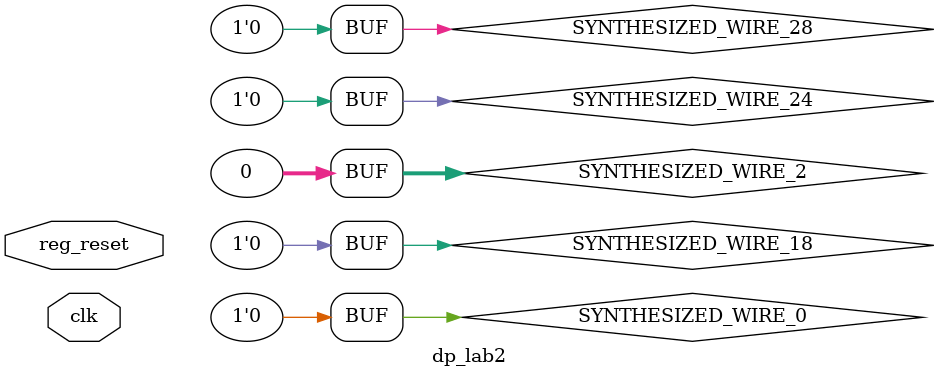
<source format=v>


module dp_lab2(
	clk,
	reg_reset
);


input wire	clk;
input wire	reg_reset;

wire	[31:0] inst;
wire	[1:0] RegSrc;
wire	SYNTHESIZED_WIRE_0;
wire	[31:0] SYNTHESIZED_WIRE_1;
wire	[0:31] SYNTHESIZED_WIRE_2;
wire	[31:0] SYNTHESIZED_WIRE_44;
wire	SYNTHESIZED_WIRE_4;
wire	[31:0] SYNTHESIZED_WIRE_5;
wire	[31:0] SYNTHESIZED_WIRE_6;
wire	SYNTHESIZED_WIRE_7;
wire	[0:0] SYNTHESIZED_WIRE_8;
wire	[31:0] SYNTHESIZED_WIRE_9;
wire	[31:0] SYNTHESIZED_WIRE_10;
wire	[3:0] SYNTHESIZED_WIRE_11;
wire	SYNTHESIZED_WIRE_12;
wire	[31:0] SYNTHESIZED_WIRE_45;
wire	[31:0] SYNTHESIZED_WIRE_46;
wire	[31:0] SYNTHESIZED_WIRE_16;
wire	SYNTHESIZED_WIRE_17;
wire	SYNTHESIZED_WIRE_18;
wire	[31:0] SYNTHESIZED_WIRE_47;
wire	SYNTHESIZED_WIRE_21;
wire	[31:0] SYNTHESIZED_WIRE_22;
wire	[31:0] SYNTHESIZED_WIRE_48;
wire	SYNTHESIZED_WIRE_24;
wire	[31:0] SYNTHESIZED_WIRE_49;
wire	[31:0] SYNTHESIZED_WIRE_27;
wire	SYNTHESIZED_WIRE_28;
wire	SYNTHESIZED_WIRE_29;
wire	SYNTHESIZED_WIRE_30;
wire	SYNTHESIZED_WIRE_31;
wire	SYNTHESIZED_WIRE_32;
wire	[1:0] SYNTHESIZED_WIRE_34;
wire	SYNTHESIZED_WIRE_35;
wire	[3:0] SYNTHESIZED_WIRE_36;
wire	[3:0] SYNTHESIZED_WIRE_37;
wire	[31:0] SYNTHESIZED_WIRE_38;
wire	[31:0] SYNTHESIZED_WIRE_39;
wire	SYNTHESIZED_WIRE_42;
wire	[3:0] SYNTHESIZED_WIRE_43;

assign	SYNTHESIZED_WIRE_0 = 0;
assign	SYNTHESIZED_WIRE_2 = 0;
assign	SYNTHESIZED_WIRE_18 = 0;
assign	SYNTHESIZED_WIRE_24 = 0;
assign	SYNTHESIZED_WIRE_28 = 0;




program_counter	b2v_inst1(
	.clk(clk),
	.reset_synchronous(SYNTHESIZED_WIRE_0),
	.inp_reg(SYNTHESIZED_WIRE_1),
	.out_reg(SYNTHESIZED_WIRE_49));
	defparam	b2v_inst1.W = 32;


multiplexer2to1	b2v_inst10(
	.inp_mux0(inst[3:0]),
	.inp_mux1(inst[15:12]),
	.select(RegSrc[1]),
	.out_mux(SYNTHESIZED_WIRE_37));
	defparam	b2v_inst10.W = 4;


multiplexer2to1	b2v_inst12(
	.inp_mux0(SYNTHESIZED_WIRE_2),
	.inp_mux1(SYNTHESIZED_WIRE_44),
	.select(SYNTHESIZED_WIRE_4),
	.out_mux(SYNTHESIZED_WIRE_9));
	defparam	b2v_inst12.W = 32;



multiplexer2to1	b2v_inst14(
	.inp_mux0(SYNTHESIZED_WIRE_5),
	.inp_mux1(SYNTHESIZED_WIRE_6),
	.select(SYNTHESIZED_WIRE_7),
	.out_mux(SYNTHESIZED_WIRE_10));
	defparam	b2v_inst14.W = 32;


ALU	b2v_inst15(
	.inp_carry(SYNTHESIZED_WIRE_8),
	.inp_src0(SYNTHESIZED_WIRE_9),
	.inp_src1(SYNTHESIZED_WIRE_10),
	.operation_select(SYNTHESIZED_WIRE_11),
	.carry_out_flag(SYNTHESIZED_WIRE_29),
	.overflow_flag(SYNTHESIZED_WIRE_30),
	.negative_flag(SYNTHESIZED_WIRE_31),
	.zero_flag(SYNTHESIZED_WIRE_32),
	.out_alu(SYNTHESIZED_WIRE_45));
	defparam	b2v_inst15.WIDTH = 32;


data_memory	b2v_inst16(
	.clk(clk),
	.write_enable(SYNTHESIZED_WIRE_12),
	.inp_address(SYNTHESIZED_WIRE_45),
	.inp_data(SYNTHESIZED_WIRE_46),
	.out_read_data(SYNTHESIZED_WIRE_16));
	defparam	b2v_inst16.Addr_W = 32;
	defparam	b2v_inst16.byte_W = 4;


multiplexer2to1	b2v_inst17(
	.inp_mux0(SYNTHESIZED_WIRE_45),
	.inp_mux1(SYNTHESIZED_WIRE_16),
	.select(SYNTHESIZED_WIRE_17),
	.out_mux(SYNTHESIZED_WIRE_47));
	defparam	b2v_inst17.W = 32;


constant_value_generator	b2v_inst18(
	.reset_synchronous(SYNTHESIZED_WIRE_18),
	.out_reg(SYNTHESIZED_WIRE_27));
	defparam	b2v_inst18.value = 4;
	defparam	b2v_inst18.W = 32;


multiplexer2to1	b2v_inst19(
	.inp_mux0(SYNTHESIZED_WIRE_47),
	.inp_mux1(SYNTHESIZED_WIRE_44),
	.select(SYNTHESIZED_WIRE_21),
	.out_mux(SYNTHESIZED_WIRE_38));
	defparam	b2v_inst19.W = 32;


adder	b2v_inst2(
	.inp_adder_data_0(SYNTHESIZED_WIRE_22),
	.inp_adder_data_1(SYNTHESIZED_WIRE_48),
	.out_adder(SYNTHESIZED_WIRE_39));
	defparam	b2v_inst2.W = 32;




constant_value_generator	b2v_inst23(
	.reset_synchronous(SYNTHESIZED_WIRE_24),
	.out_reg(SYNTHESIZED_WIRE_43));
	defparam	b2v_inst23.value = 15;
	defparam	b2v_inst23.W = 4;



instruction_memory	b2v_inst29(
	.inp_address(SYNTHESIZED_WIRE_49),
	.out_instruction_data(inst));
	defparam	b2v_inst29.Addr_W = 32;
	defparam	b2v_inst29.byte_W = 4;


adder	b2v_inst3(
	.inp_adder_data_0(SYNTHESIZED_WIRE_49),
	.inp_adder_data_1(SYNTHESIZED_WIRE_27),
	.out_adder(SYNTHESIZED_WIRE_48));
	defparam	b2v_inst3.W = 32;


constant_value_generator	b2v_inst30(
	.reset_synchronous(SYNTHESIZED_WIRE_28),
	.out_reg(SYNTHESIZED_WIRE_22));
	defparam	b2v_inst30.value = 4;
	defparam	b2v_inst30.W = 32;


controller	b2v_inst35(
	.clk(clk),
	.carry_out_flag(SYNTHESIZED_WIRE_29),
	.overflow_flag(SYNTHESIZED_WIRE_30),
	.negative_flag(SYNTHESIZED_WIRE_31),
	.zero_flag(SYNTHESIZED_WIRE_32),
	.Cond(inst[31:28]),
	.Func(inst[25:20]),
	.inst_19_to_4_BX(inst[19:4]),
	.Op(inst[27:26]),
	.Rd(inst[15:12]),
	.PCSrc(SYNTHESIZED_WIRE_42),
	.RegWrite(SYNTHESIZED_WIRE_35),
	.MemWrite(SYNTHESIZED_WIRE_12),
	.MemToReg(SYNTHESIZED_WIRE_17),
	.AluSrc_Branch_Absolute_Mux_Sel(SYNTHESIZED_WIRE_4),
	.Write_Data_PC_Mux_Sel(SYNTHESIZED_WIRE_21),
	.AluSrc(SYNTHESIZED_WIRE_7),
	.AluControl(SYNTHESIZED_WIRE_11),
	.C_flag_reg_out(SYNTHESIZED_WIRE_8),
	.ImmSrc(SYNTHESIZED_WIRE_34),
	.RegSrc(RegSrc));
	defparam	b2v_inst35.W = 32;


combinational_shifter	b2v_inst36(
	.control(inst[6:5]),
	.inp_shifter(SYNTHESIZED_WIRE_46),
	.shamt(inst[11:7]),
	.out_shifter(SYNTHESIZED_WIRE_5));
	defparam	b2v_inst36.W = 32;



extend_immediate	b2v_inst6(
	.ImmSrc(SYNTHESIZED_WIRE_34),
	.instruction(inst),
	.out_ext_imm(SYNTHESIZED_WIRE_6));
	defparam	b2v_inst6.W = 32;


register_file	b2v_inst7(
	.clk(clk),
	.write_enable(SYNTHESIZED_WIRE_35),
	.reset_synchronous(reg_reset),
	.inp_read_address0(SYNTHESIZED_WIRE_36),
	.inp_read_address1(SYNTHESIZED_WIRE_37),
	.inp_write_address0(inst[15:12]),
	.inp_write_data(SYNTHESIZED_WIRE_38),
	.inp_write_data_R15(SYNTHESIZED_WIRE_39),
	.out_read_data0(SYNTHESIZED_WIRE_44),
	.out_read_data1(SYNTHESIZED_WIRE_46));
	defparam	b2v_inst7.W = 32;


multiplexer2to1	b2v_inst8(
	.inp_mux0(SYNTHESIZED_WIRE_48),
	.inp_mux1(SYNTHESIZED_WIRE_47),
	.select(SYNTHESIZED_WIRE_42),
	.out_mux(SYNTHESIZED_WIRE_1));
	defparam	b2v_inst8.W = 32;


multiplexer2to1	b2v_inst9(
	.inp_mux0(inst[19:16]),
	.inp_mux1(SYNTHESIZED_WIRE_43),
	.select(RegSrc[0]),
	.out_mux(SYNTHESIZED_WIRE_36));
	defparam	b2v_inst9.W = 4;


endmodule

</source>
